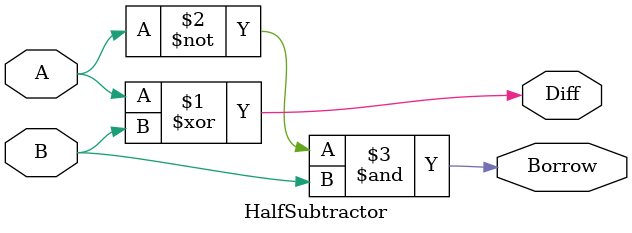
<source format=v>
module HalfSubtractor(
    input wire A,     // Minuend
    input wire B,     // Subtrahend
    output wire Diff, // Difference
    output wire Borrow // Borrow
);

assign Diff = A ^ B;        // XOR gate for difference
assign Borrow = ~A & B;     // AND gate with NOT for borrow

endmodule

</source>
